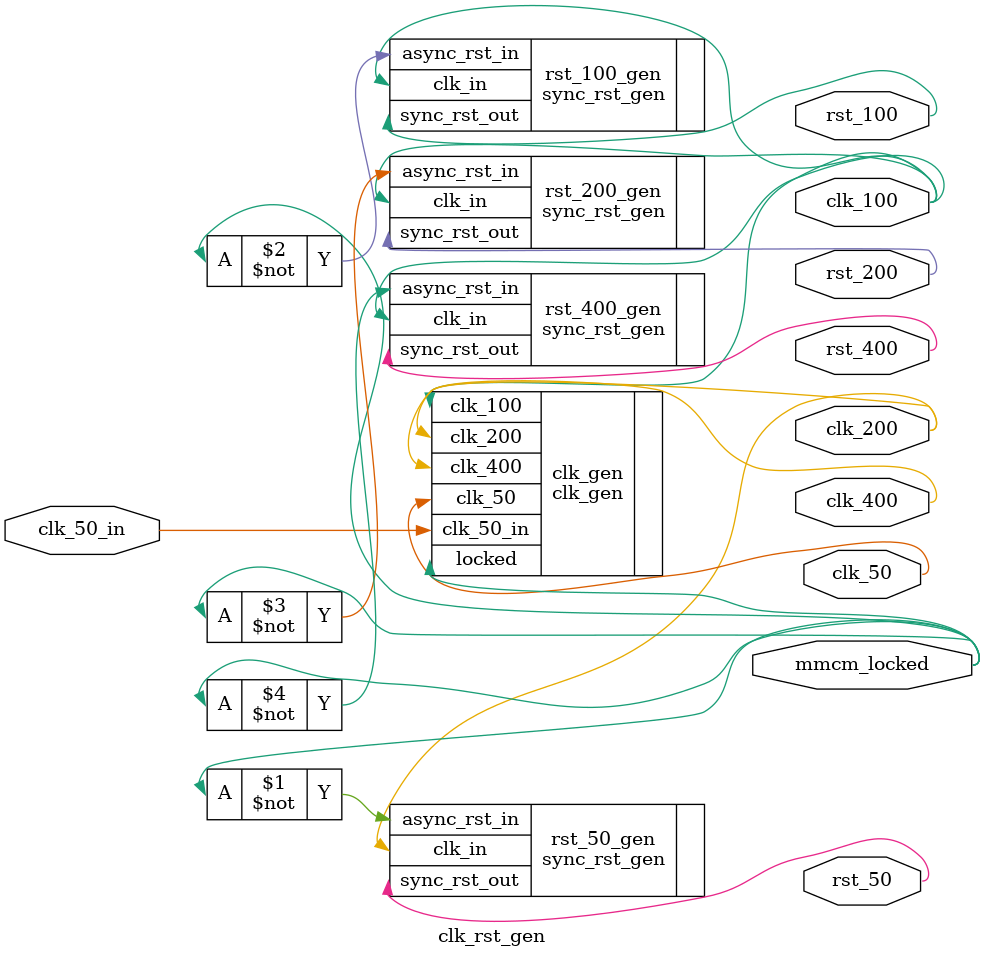
<source format=v>
`timescale 1ns / 1ps

module clk_rst_gen (
    input           clk_50_in       , // 
    output          mmcm_locked     , // 
    output          clk_50          , // 
    output          rst_50          , // 
    output          clk_100         , // 
    output          rst_100         , // 
    output          clk_200         , // 
    output          rst_200         , // 
    output          clk_400         , //          
    output          rst_400           //          
);

    //==================< Internal Declaration >============================
    clk_gen clk_gen (
        .clk_50_in          ( clk_50_in         ), // in 50M
        .clk_400            ( clk_400           ), // out 400M
        .clk_200            ( clk_200           ), // out 200M
        .clk_100            ( clk_100           ), // out 100M
        .clk_50             ( clk_50            ), // out 50M
        .locked             ( mmcm_locked       )  // out locked
    );
    
    sync_rst_gen rst_50_gen  ( .clk_in ( clk_200 ), .async_rst_in ( ~mmcm_locked ), .sync_rst_out ( rst_50  ) );
    sync_rst_gen rst_100_gen ( .clk_in ( clk_100 ), .async_rst_in ( ~mmcm_locked ), .sync_rst_out ( rst_100 ) );
    sync_rst_gen rst_200_gen ( .clk_in ( clk_100 ), .async_rst_in ( ~mmcm_locked ), .sync_rst_out ( rst_200 ) );
    sync_rst_gen rst_400_gen ( .clk_in ( clk_100 ), .async_rst_in ( ~mmcm_locked ), .sync_rst_out ( rst_400 ) );

endmodule

</source>
